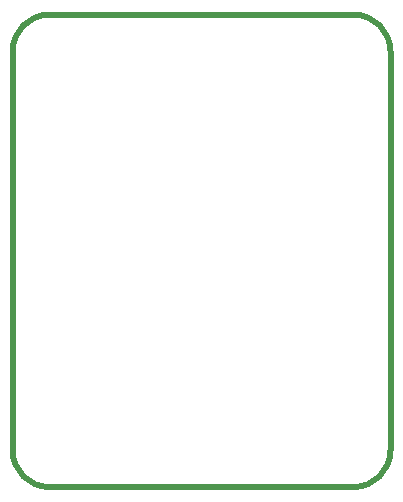
<source format=gbr>
%TF.GenerationSoftware,KiCad,Pcbnew,5.0.1*%
%TF.CreationDate,2018-10-23T16:10:10+11:00*%
%TF.ProjectId,FP2,4650322E6B696361645F706362000000,A*%
%TF.SameCoordinates,Original*%
%TF.FileFunction,Paste,Bot*%
%TF.FilePolarity,Positive*%
%FSLAX46Y46*%
G04 Gerber Fmt 4.6, Leading zero omitted, Abs format (unit mm)*
G04 Created by KiCad (PCBNEW 5.0.1) date Tue 23 Oct 2018 04:10:10 PM AEDT*
%MOMM*%
%LPD*%
G01*
G04 APERTURE LIST*
%ADD10C,0.500000*%
G04 APERTURE END LIST*
D10*
X132120000Y-120000000D02*
G75*
G02X129000000Y-116880000I0J3120000D01*
G01*
X161000000Y-116880000D02*
G75*
G02X157880000Y-120000000I-3120000J0D01*
G01*
X161000000Y-83120000D02*
G75*
G03X157880000Y-80000000I-3120000J0D01*
G01*
X129000000Y-83120000D02*
G75*
G02X132120000Y-80000000I3120000J0D01*
G01*
X129000000Y-116860000D02*
X129000000Y-83120000D01*
X132110000Y-120000000D02*
X157880000Y-120000000D01*
X161000000Y-83140000D02*
X161000000Y-116880000D01*
X132130000Y-80000000D02*
X157870000Y-80000000D01*
M02*

</source>
